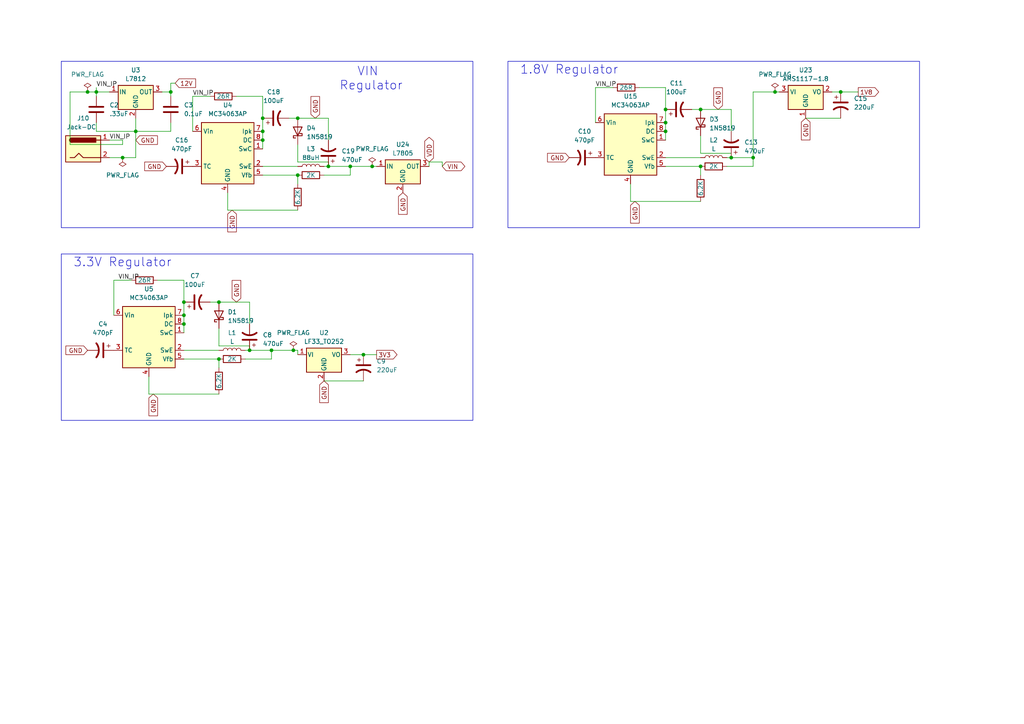
<source format=kicad_sch>
(kicad_sch (version 20231120) (generator "eeschema") (generator_version "8.0")
  (paper "A4")
  (lib_symbols
    (symbol "Connector:Jack-DC" (pin_names (offset 1.016))
      (property "Reference" "J" (at 0 5.334 0))
      (property "Value" "Jack-DC" (at 0 -5.08 0))
      (symbol "Jack-DC_0_1"
        (rectangle (start -5.08 3.81) (end 5.08 -3.81) (stroke (width 0.254)) (fill (type background)))
        (arc (start -3.302 3.175) (mid -3.9343 2.54) (end -3.302 1.905) (stroke (width 0.254)))
        (arc (start -3.302 3.175) (mid -3.9343 2.54) (end -3.302 1.905) (stroke (width 0.254)) (fill (type outline)))
        (polyline (pts (xy 5.08 2.54) (xy 3.81 2.54)) (stroke (width 0.254)))
        (polyline (pts (xy -3.81 -2.54) (xy -2.54 -2.54) (xy -1.27 -1.27) (xy 0 -2.54) (xy 2.54 -2.54) (xy 5.08 -2.54)) (stroke (width 0.254)))
        (rectangle (start 3.683 3.175) (end -3.302 1.905) (stroke (width 0.254)) (fill (type outline)))
      )
      (symbol "Jack-DC_1_1"
        (pin passive line (at 7.62 2.54 180) (length 2.54) (name "~") (number "1"))
        (pin passive line (at 7.62 -2.54 180) (length 2.54) (name "~") (number "2"))
      )
    )
    (symbol "Device:C" (pin_numbers hide) (pin_names (offset 0.254))
      (property "Reference" "C" (at 0.635 2.54 0))
      (property "Value" "C" (at 0.635 -2.54 0))
      (symbol "C_0_1"
        (polyline (pts (xy -2.032 -0.762) (xy 2.032 -0.762)) (stroke (width 0.508)))
        (polyline (pts (xy -2.032 0.762) (xy 2.032 0.762)) (stroke (width 0.508)))
      )
      (symbol "C_1_1"
        (pin passive line (at 0 3.81 270) (length 2.794) (name "~") (number "1"))
        (pin passive line (at 0 -3.81 90) (length 2.794) (name "~") (number "2"))
      )
    )
    (symbol "Device:C_Polarized_US" (pin_numbers hide) (pin_names (offset 0.254) hide)
      (property "Reference" "C" (at 0.635 2.54 0))
      (property "Value" "C_Polarized_US" (at 0.635 -2.54 0))
      (symbol "C_Polarized_US_0_1"
        (polyline (pts (xy -2.032 0.762) (xy 2.032 0.762)) (stroke (width 0.508)))
        (polyline (pts (xy -1.778 2.286) (xy -0.762 2.286)))
        (polyline (pts (xy -1.27 1.778) (xy -1.27 2.794)))
        (arc (start 2.032 -1.27) (mid 0 -0.5572) (end -2.032 -1.27) (stroke (width 0.508)))
      )
      (symbol "C_Polarized_US_1_1"
        (pin passive line (at 0 3.81 270) (length 2.794) (name "~") (number "1"))
        (pin passive line (at 0 -3.81 90) (length 3.302) (name "~") (number "2"))
      )
    )
    (symbol "Device:L" (pin_numbers hide) (pin_names (offset 1.016) hide)
      (property "Reference" "L" (at -1.27 0 90))
      (property "Value" "L" (at 1.905 0 90))
      (symbol "L_0_1"
        (arc (start 0 -2.54) (mid 0.6323 -1.905) (end 0 -1.27))
        (arc (start 0 -1.27) (mid 0.6323 -0.635) (end 0 0))
        (arc (start 0 0) (mid 0.6323 0.635) (end 0 1.27))
        (arc (start 0 1.27) (mid 0.6323 1.905) (end 0 2.54))
      )
      (symbol "L_1_1"
        (pin passive line (at 0 3.81 270) (length 1.27) (name "1") (number "1"))
        (pin passive line (at 0 -3.81 90) (length 1.27) (name "2") (number "2"))
      )
    )
    (symbol "Device:R" (pin_numbers hide) (pin_names (offset 0))
      (property "Reference" "R" (at 2.032 0 90))
      (property "Value" "R" (at 0 0 90))
      (symbol "R_0_1"
        (rectangle (start -1.016 -2.54) (end 1.016 2.54) (stroke (width 0.254)))
      )
      (symbol "R_1_1"
        (pin passive line (at 0 3.81 270) (length 1.27) (name "~") (number "1"))
        (pin passive line (at 0 -3.81 90) (length 1.27) (name "~") (number "2"))
      )
    )
    (symbol "Diode:1N5819" (pin_numbers hide) (pin_names (offset 1.016) hide)
      (property "Reference" "D" (at 0 2.54 0))
      (property "Value" "1N5819" (at 0 -2.54 0))
      (symbol "1N5819_0_1"
        (polyline (pts (xy 1.27 0) (xy -1.27 0)))
        (polyline (pts (xy 1.27 1.27) (xy 1.27 -1.27) (xy -1.27 0) (xy 1.27 1.27)) (stroke (width 0.254)))
        (polyline (pts (xy -1.905 0.635) (xy -1.905 1.27) (xy -1.27 1.27) (xy -1.27 -1.27) (xy -0.635 -1.27) (xy -0.635 -0.635)) (stroke (width 0.254)))
      )
      (symbol "1N5819_1_1"
        (pin passive line (at -3.81 0 0) (length 2.54) (name "K") (number "1"))
        (pin passive line (at 3.81 0 180) (length 2.54) (name "A") (number "2"))
      )
    )
    (symbol "Regulator_Linear:AMS1117-1.8"
      (property "Reference" "U" (at -3.81 3.175 0))
      (property "Value" "AMS1117-1.8" (at 0 3.175 0))
      (symbol "AMS1117-1.8_0_1"
        (rectangle (start -5.08 -5.08) (end 5.08 1.905) (stroke (width 0.254)) (fill (type background)))
      )
      (symbol "AMS1117-1.8_1_1"
        (pin power_in line (at 0 -7.62 90) (length 2.54) (name "GND") (number "1"))
        (pin power_out line (at 7.62 0 180) (length 2.54) (name "VO") (number "2"))
        (pin power_in line (at -7.62 0 0) (length 2.54) (name "VI") (number "3"))
      )
    )
    (symbol "Regulator_Linear:L7805" (pin_names (offset 0.254))
      (property "Reference" "U" (at -3.81 3.175 0))
      (property "Value" "L7805" (at 0 3.175 0))
      (symbol "L7805_0_1"
        (rectangle (start -5.08 1.905) (end 5.08 -5.08) (stroke (width 0.254)) (fill (type background)))
      )
      (symbol "L7805_1_1"
        (pin power_in line (at -7.62 0 0) (length 2.54) (name "IN") (number "1"))
        (pin power_in line (at 0 -7.62 90) (length 2.54) (name "GND") (number "2"))
        (pin power_out line (at 7.62 0 180) (length 2.54) (name "OUT") (number "3"))
      )
    )
    (symbol "Regulator_Linear:L7812" (pin_names (offset 0.254))
      (property "Reference" "U" (at -3.81 3.175 0))
      (property "Value" "L7812" (at 0 3.175 0))
      (symbol "L7812_0_1"
        (rectangle (start -5.08 1.905) (end 5.08 -5.08) (stroke (width 0.254)) (fill (type background)))
      )
      (symbol "L7812_1_1"
        (pin power_in line (at -7.62 0 0) (length 2.54) (name "IN") (number "1"))
        (pin power_in line (at 0 -7.62 90) (length 2.54) (name "GND") (number "2"))
        (pin power_out line (at 7.62 0 180) (length 2.54) (name "OUT") (number "3"))
      )
    )
    (symbol "Regulator_Linear:LF33_TO252" (pin_names (offset 0.254))
      (property "Reference" "U" (at -3.81 3.175 0))
      (property "Value" "LF33_TO252" (at 0 3.175 0))
      (symbol "LF33_TO252_0_1"
        (rectangle (start -5.08 1.905) (end 5.08 -5.08) (stroke (width 0.254)) (fill (type background)))
      )
      (symbol "LF33_TO252_1_1"
        (pin power_in line (at -7.62 0 0) (length 2.54) (name "VI") (number "1"))
        (pin power_in line (at 0 -7.62 90) (length 2.54) (name "GND") (number "2"))
        (pin power_out line (at 7.62 0 180) (length 2.54) (name "VO") (number "3"))
      )
    )
    (symbol "Regulator_Switching:MC34063AP"
      (property "Reference" "U" (at -7.62 8.89 0))
      (property "Value" "MC34063AP" (at 0 8.89 0))
      (symbol "MC34063AP_0_1"
        (rectangle (start -7.62 7.62) (end 7.62 -10.16) (stroke (width 0.254)) (fill (type background)))
      )
      (symbol "MC34063AP_1_1"
        (pin open_collector line (at 10.16 0 180) (length 2.54) (name "SwC") (number "1"))
        (pin open_emitter line (at 10.16 -5.08 180) (length 2.54) (name "SwE") (number "2"))
        (pin passive line (at -10.16 -5.08 0) (length 2.54) (name "TC") (number "3"))
        (pin power_in line (at 0 -12.7 90) (length 2.54) (name "GND") (number "4"))
        (pin input line (at 10.16 -7.62 180) (length 2.54) (name "Vfb") (number "5"))
        (pin power_in line (at -10.16 5.08 0) (length 2.54) (name "Vin") (number "6"))
        (pin input line (at 10.16 5.08 180) (length 2.54) (name "Ipk") (number "7"))
        (pin open_collector line (at 10.16 2.54 180) (length 2.54) (name "DC") (number "8"))
      )
    )
    (symbol "power:PWR_FLAG" (power) (pin_numbers hide) (pin_names (offset 0) hide)
      (property "Value" "PWR_FLAG" (at 0 3.81 0))
      (symbol "PWR_FLAG_0_0"
        (pin power_out line (at 0 0 90) (length 0) (name "~") (number "1"))
      )
      (symbol "PWR_FLAG_0_1"
        (polyline (pts (xy 0 0) (xy 0 1.27) (xy -1.016 1.905) (xy 0 2.54) (xy 1.016 1.905) (xy 0 1.27)))
      )
    )
  )
  (junction (at 53.34 93.98))
  (junction (at 78.74 101.6))
  (junction (at 63.5 104.14))
  (junction (at 27.94 26.67))
  (junction (at 101.6 48.26))
  (junction (at 95.25 48.26))
  (junction (at 72.39 101.6))
  (junction (at 193.04 35.56))
  (junction (at 76.2 34.29))
  (junction (at 39.37 38.1))
  (junction (at 193.04 31.75))
  (junction (at 49.53 26.67))
  (junction (at 243.84 26.67))
  (junction (at 35.56 45.72))
  (junction (at 86.36 34.29))
  (junction (at 86.36 50.8))
  (junction (at 85.09 101.6))
  (junction (at 53.34 91.44))
  (junction (at 105.41 102.87))
  (junction (at 203.2 31.75))
  (junction (at 25.4 26.67))
  (junction (at 212.09 45.72))
  (junction (at 53.34 87.63))
  (junction (at 203.2 48.26))
  (junction (at 218.44 45.72))
  (junction (at 224.79 26.67))
  (junction (at 76.2 38.1))
  (junction (at 76.2 40.64))
  (junction (at 107.95 48.26))
  (junction (at 63.5 87.63))
  (junction (at 193.04 38.1))
  (wire (pts (xy 49.53 35.56) (xy 49.53 38.1)))
  (wire (pts (xy 76.2 27.94) (xy 76.2 34.29)))
  (wire (pts (xy 49.53 24.13) (xy 49.53 26.67)))
  (wire (pts (xy 76.2 48.26) (xy 86.36 48.26)))
  (wire (pts (xy 218.44 48.26) (xy 218.44 45.72)))
  (wire (pts (xy 76.2 38.1) (xy 76.2 40.64)))
  (wire (pts (xy 233.68 34.29) (xy 243.84 34.29)))
  (wire (pts (xy 203.2 48.26) (xy 203.2 50.8)))
  (wire (pts (xy 25.4 26.67) (xy 27.94 26.67)))
  (wire (pts (xy 39.37 34.29) (xy 39.37 38.1)))
  (wire (pts (xy 63.5 100.33) (xy 72.39 100.33)))
  (wire (pts (xy 193.04 48.26) (xy 203.2 48.26)))
  (wire (pts (xy 78.74 101.6) (xy 85.09 101.6)))
  (wire (pts (xy 76.2 50.8) (xy 86.36 50.8)))
  (wire (pts (xy 212.09 45.72) (xy 210.82 45.72)))
  (wire (pts (xy 218.44 26.67) (xy 224.79 26.67)))
  (wire (pts (xy 53.34 87.63) (xy 53.34 91.44)))
  (wire (pts (xy 193.04 31.75) (xy 193.04 35.56)))
  (wire (pts (xy 27.94 26.67) (xy 27.94 27.94)))
  (wire (pts (xy 172.72 35.56) (xy 172.72 25.4)))
  (wire (pts (xy 27.94 25.4) (xy 27.94 26.67)))
  (wire (pts (xy 107.95 48.26) (xy 109.22 48.26)))
  (wire (pts (xy 172.72 25.4) (xy 177.8 25.4)))
  (wire (pts (xy 193.04 25.4) (xy 193.04 31.75)))
  (wire (pts (xy 72.39 87.63) (xy 63.5 87.63)))
  (wire (pts (xy 20.32 26.67) (xy 25.4 26.67)))
  (wire (pts (xy 93.98 110.49) (xy 105.41 110.49)))
  (wire (pts (xy 39.37 38.1) (xy 39.37 45.72)))
  (wire (pts (xy 101.6 48.26) (xy 95.25 48.26)))
  (wire (pts (xy 35.56 41.91) (xy 20.32 41.91)))
  (wire (pts (xy 53.34 104.14) (xy 63.5 104.14)))
  (wire (pts (xy 66.04 55.88) (xy 66.04 60.96)))
  (wire (pts (xy 20.32 41.91) (xy 20.32 26.67)))
  (wire (pts (xy 248.92 26.67) (xy 243.84 26.67)))
  (wire (pts (xy 53.34 81.28) (xy 53.34 87.63)))
  (wire (pts (xy 35.56 40.64) (xy 35.56 41.91)))
  (wire (pts (xy 212.09 31.75) (xy 203.2 31.75)))
  (wire (pts (xy 35.56 45.72) (xy 39.37 45.72)))
  (wire (pts (xy 193.04 38.1) (xy 193.04 40.64)))
  (wire (pts (xy 55.88 27.94) (xy 60.96 27.94)))
  (wire (pts (xy 93.98 50.8) (xy 101.6 50.8)))
  (wire (pts (xy 193.04 45.72) (xy 203.2 45.72)))
  (wire (pts (xy 109.22 102.87) (xy 105.41 102.87)))
  (wire (pts (xy 33.02 81.28) (xy 33.02 91.44)))
  (wire (pts (xy 53.34 101.6) (xy 63.5 101.6)))
  (wire (pts (xy 53.34 91.44) (xy 53.34 93.98)))
  (wire (pts (xy 210.82 48.26) (xy 218.44 48.26)))
  (wire (pts (xy 78.74 101.6) (xy 72.39 101.6)))
  (wire (pts (xy 86.36 41.91) (xy 86.36 46.99)))
  (wire (pts (xy 31.75 40.64) (xy 35.56 40.64)))
  (wire (pts (xy 66.04 60.96) (xy 86.36 60.96)))
  (wire (pts (xy 128.27 46.99) (xy 124.46 46.99)))
  (wire (pts (xy 50.8 24.13) (xy 49.53 24.13)))
  (wire (pts (xy 27.94 38.1) (xy 39.37 38.1)))
  (wire (pts (xy 45.72 81.28) (xy 53.34 81.28)))
  (wire (pts (xy 76.2 40.64) (xy 76.2 43.18)))
  (wire (pts (xy 224.79 26.67) (xy 226.06 26.67)))
  (wire (pts (xy 27.94 35.56) (xy 27.94 38.1)))
  (wire (pts (xy 78.74 104.14) (xy 78.74 101.6)))
  (wire (pts (xy 85.09 101.6) (xy 86.36 101.6)))
  (wire (pts (xy 33.02 81.28) (xy 38.1 81.28)))
  (wire (pts (xy 212.09 44.45) (xy 212.09 45.72)))
  (wire (pts (xy 212.09 38.1) (xy 212.09 31.75)))
  (wire (pts (xy 63.5 104.14) (xy 63.5 106.68)))
  (wire (pts (xy 71.12 104.14) (xy 78.74 104.14)))
  (wire (pts (xy 49.53 38.1) (xy 39.37 38.1)))
  (wire (pts (xy 43.18 114.3) (xy 63.5 114.3)))
  (wire (pts (xy 203.2 39.37) (xy 203.2 44.45)))
  (wire (pts (xy 243.84 26.67) (xy 241.3 26.67)))
  (wire (pts (xy 95.25 46.99) (xy 95.25 48.26)))
  (wire (pts (xy 105.41 102.87) (xy 101.6 102.87)))
  (wire (pts (xy 86.36 50.8) (xy 86.36 53.34)))
  (wire (pts (xy 76.2 34.29) (xy 76.2 38.1)))
  (wire (pts (xy 218.44 45.72) (xy 212.09 45.72)))
  (wire (pts (xy 95.25 48.26) (xy 93.98 48.26)))
  (wire (pts (xy 63.5 87.63) (xy 60.96 87.63)))
  (wire (pts (xy 101.6 48.26) (xy 107.95 48.26)))
  (wire (pts (xy 86.36 34.29) (xy 83.82 34.29)))
  (wire (pts (xy 86.36 102.87) (xy 86.36 101.6)))
  (wire (pts (xy 72.39 93.98) (xy 72.39 87.63)))
  (wire (pts (xy 31.75 45.72) (xy 35.56 45.72)))
  (wire (pts (xy 193.04 35.56) (xy 193.04 38.1)))
  (wire (pts (xy 49.53 26.67) (xy 46.99 26.67)))
  (wire (pts (xy 203.2 31.75) (xy 200.66 31.75)))
  (wire (pts (xy 68.58 27.94) (xy 76.2 27.94)))
  (wire (pts (xy 49.53 26.67) (xy 49.53 27.94)))
  (wire (pts (xy 95.25 34.29) (xy 86.36 34.29)))
  (wire (pts (xy 182.88 53.34) (xy 182.88 58.42)))
  (wire (pts (xy 63.5 95.25) (xy 63.5 100.33)))
  (wire (pts (xy 72.39 101.6) (xy 71.12 101.6)))
  (wire (pts (xy 185.42 25.4) (xy 193.04 25.4)))
  (wire (pts (xy 86.36 46.99) (xy 95.25 46.99)))
  (wire (pts (xy 128.27 46.99) (xy 128.27 48.26)))
  (wire (pts (xy 182.88 58.42) (xy 203.2 58.42)))
  (wire (pts (xy 95.25 40.64) (xy 95.25 34.29)))
  (wire (pts (xy 124.46 46.99) (xy 124.46 48.26)))
  (wire (pts (xy 218.44 26.67) (xy 218.44 45.72)))
  (wire (pts (xy 72.39 100.33) (xy 72.39 101.6)))
  (wire (pts (xy 53.34 93.98) (xy 53.34 96.52)))
  (wire (pts (xy 31.75 26.67) (xy 27.94 26.67)))
  (wire (pts (xy 203.2 44.45) (xy 212.09 44.45)))
  (wire (pts (xy 43.18 109.22) (xy 43.18 114.3)))
  (wire (pts (xy 101.6 50.8) (xy 101.6 48.26)))
  (wire (pts (xy 55.88 38.1) (xy 55.88 27.94)))
  (rectangle (start 17.78 17.78) (end 137.16 66.04))
  (rectangle (start 147.32 17.78) (end 266.7 66.04))
  (rectangle (start 17.78 73.66) (end 137.16 121.92))
  (text "1.8V Regulator" (at 165.1 20.32 0) (effects (font (size 2.54 2.54))))
  (text "VIN\n Regulator" (at 106.68 22.86 0) (effects (font (size 2.54 2.54))))
  (text "3.3V Regulator" (at 35.56 76.2 0) (effects (font (size 2.54 2.54))))
  (label "VIN_IP" (at 31.75 40.64 0))
  (label "VIN_IP" (at 172.72 25.4 0))
  (label "VIN_IP" (at 55.88 27.94 0))
  (label "VIN_IP" (at 34.29 81.28 0))
  (label "VIN_IP" (at 27.94 25.4 0))
  (global_label "GND" (shape input) (at 67.31 60.96 270) (property "Intersheetrefs" "${INTERSHEET_REFS}" (effects (hide yes))))
  (global_label "12V" (shape input) (at 50.8 24.13 0) (property "Intersheetrefs" "${INTERSHEET_REFS}" (effects (hide yes))))
  (global_label "GND" (shape input) (at 184.15 58.42 270) (property "Intersheetrefs" "${INTERSHEET_REFS}" (effects (hide yes))))
  (global_label "GND" (shape input) (at 39.37 40.64 0) (property "Intersheetrefs" "${INTERSHEET_REFS}" (effects (hide yes))))
  (global_label "GND" (shape input) (at 208.28 31.75 90) (property "Intersheetrefs" "${INTERSHEET_REFS}" (effects (hide yes))))
  (global_label "GND" (shape input) (at 68.58 87.63 90) (property "Intersheetrefs" "${INTERSHEET_REFS}" (effects (hide yes))))
  (global_label "GND" (shape input) (at 44.45 114.3 270) (property "Intersheetrefs" "${INTERSHEET_REFS}" (effects (hide yes))))
  (global_label "3V3" (shape output) (at 109.22 102.87 0) (property "Intersheetrefs" "${INTERSHEET_REFS}" (effects (hide yes))))
  (global_label "VDD" (shape bidirectional) (at 124.46 46.99 90) (property "Intersheetrefs" "${INTERSHEET_REFS}" (effects (hide yes))))
  (global_label "GND" (shape input) (at 233.68 34.29 270) (property "Intersheetrefs" "${INTERSHEET_REFS}" (effects (hide yes))))
  (global_label "GND" (shape input) (at 165.1 45.72 180) (property "Intersheetrefs" "${INTERSHEET_REFS}" (effects (hide yes))))
  (global_label "GND" (shape input) (at 25.4 101.6 180) (property "Intersheetrefs" "${INTERSHEET_REFS}" (effects (hide yes))))
  (global_label "1V8" (shape output) (at 248.92 26.67 0) (property "Intersheetrefs" "${INTERSHEET_REFS}" (effects (hide yes))))
  (global_label "GND" (shape input) (at 91.44 34.29 90) (property "Intersheetrefs" "${INTERSHEET_REFS}" (effects (hide yes))))
  (global_label "GND" (shape input) (at 93.98 110.49 270) (property "Intersheetrefs" "${INTERSHEET_REFS}" (effects (hide yes))))
  (global_label "VIN" (shape bidirectional) (at 128.27 48.26 0) (property "Intersheetrefs" "${INTERSHEET_REFS}" (effects (hide yes))))
  (global_label "GND" (shape input) (at 48.26 48.26 180) (property "Intersheetrefs" "${INTERSHEET_REFS}" (effects (hide yes))))
  (global_label "GND" (shape input) (at 116.84 55.88 270) (property "Intersheetrefs" "${INTERSHEET_REFS}" (effects (hide yes))))
  (symbol (lib_id "Regulator_Switching:MC34063AP") (at 66.04 43.18 0) (unit 1)
    (property "Reference" "U4" (at 66.04 30.48 0))
    (property "Value" "MC34063AP" (at 66.04 33.02 0))
    (property "Footprint" "Package_DIP:DIP-8_W8.89mm_SMDSocket_LongPads" (effects (hide yes)))
    (property "Datasheet" "http://www.onsemi.com/pub_link/Collateral/MC34063A-D.PDF" (effects (hide yes)))
    (property "Description" "1.5A, step-up/down/inverting switching regulator, 3-40V Vin, 100kHz, DIP-8" (effects (hide yes)))
  )
  (symbol (lib_id "Diode:1N5819") (at 203.2 35.56 90) (unit 1)
    (property "Reference" "D3" (at 205.74 34.6074 90) (effects (justify right)))
    (property "Value" "1N5819" (at 205.74 37.1474 90) (effects (justify right)))
    (property "Footprint" "Diode_SMD:D_2114_3652Metric" (effects (hide yes)))
    (property "Datasheet" "http://www.vishay.com/docs/88525/1n5817.pdf" (effects (hide yes)))
    (property "Description" "40V 1A Schottky Barrier Rectifier Diode, DO-41" (effects (hide yes)))
  )
  (symbol (lib_id "Device:R") (at 207.01 48.26 270) (unit 1)
    (property "Reference" "R8" (effects (hide yes)))
    (property "Value" "2K" (at 207.01 48.26 90))
    (property "Footprint" "Resistor_SMD:R_0603_1608Metric" (effects (hide yes)))
    (property "Description" "Resistor" (effects (hide yes)))
  )
  (symbol (lib_id "Diode:1N5819") (at 63.5 91.44 90) (unit 1)
    (property "Reference" "D1" (at 66.04 90.4874 90) (effects (justify right)))
    (property "Value" "1N5819" (at 66.04 93.0274 90) (effects (justify right)))
    (property "Footprint" "Diode_SMD:D_2114_3652Metric" (effects (hide yes)))
    (property "Datasheet" "http://www.vishay.com/docs/88525/1n5817.pdf" (effects (hide yes)))
    (property "Description" "40V 1A Schottky Barrier Rectifier Diode, DO-41" (effects (hide yes)))
  )
  (symbol (lib_id "Device:R") (at 67.31 104.14 270) (unit 1)
    (property "Reference" "R5" (effects (hide yes)))
    (property "Value" "2K" (at 67.31 104.14 90))
    (property "Footprint" "Resistor_SMD:R_0603_1608Metric" (effects (hide yes)))
    (property "Description" "Resistor" (effects (hide yes)))
  )
  (symbol (lib_id "Device:C_Polarized_US") (at 196.85 31.75 90) (unit 1)
    (property "Reference" "C11" (at 196.215 24.13 90))
    (property "Value" "100uF" (at 196.215 26.67 90))
    (property "Footprint" "Capacitor_SMD:CP_Elec_6.3x7.7" (effects (hide yes)))
    (property "Description" "Polarized capacitor, US symbol" (effects (hide yes)))
  )
  (symbol (lib_id "Device:C_Polarized_US") (at 105.41 106.68 0) (unit 1)
    (property "Reference" "C9" (at 109.22 104.7749 0) (effects (justify left)))
    (property "Value" "220uF" (at 109.22 107.3149 0) (effects (justify left)))
    (property "Footprint" "Capacitor_SMD:CP_Elec_6.3x7.7" (effects (hide yes)))
    (property "Description" "Polarized capacitor, US symbol" (effects (hide yes)))
  )
  (symbol (lib_id "power:PWR_FLAG") (at 35.56 45.72 180) (unit 1)
    (property "Reference" "#FLG02" (effects (hide yes)))
    (property "Value" "PWR_FLAG" (at 35.56 50.8 0))
    (property "Description" "Special symbol for telling ERC where power comes from" (effects (hide yes)))
  )
  (symbol (lib_id "Device:L") (at 207.01 45.72 90) (unit 1)
    (property "Reference" "L2" (at 207.01 40.64 90))
    (property "Value" "L" (at 207.01 43.18 90))
    (property "Footprint" "Inductor_SMD:L_10.4x10.4_H4.8" (effects (hide yes)))
    (property "Description" "Inductor" (effects (hide yes)))
  )
  (symbol (lib_id "Device:C") (at 27.94 31.75 0) (unit 1)
    (property "Reference" "C2" (at 31.75 30.4799 0) (effects (justify left)))
    (property "Value" ".33uF" (at 31.75 33.0199 0) (effects (justify left)))
    (property "Footprint" "Capacitor_SMD:C_0805_2012Metric" (effects (hide yes)))
    (property "Description" "Unpolarized capacitor" (effects (hide yes)))
  )
  (symbol (lib_id "Device:R") (at 86.36 57.15 180) (unit 1)
    (property "Reference" "R10" (effects (hide yes)))
    (property "Value" "6.2K" (at 86.36 57.15 90))
    (property "Footprint" "Resistor_SMD:R_0603_1608Metric" (effects (hide yes)))
    (property "Description" "Resistor" (effects (hide yes)))
  )
  (symbol (lib_id "Device:C_Polarized_US") (at 243.84 30.48 0) (unit 1)
    (property "Reference" "C15" (at 247.65 28.5749 0) (effects (justify left)))
    (property "Value" "220uF" (at 247.65 31.1149 0) (effects (justify left)))
    (property "Footprint" "Capacitor_SMD:CP_Elec_6.3x7.7" (effects (hide yes)))
    (property "Description" "Polarized capacitor, US symbol" (effects (hide yes)))
  )
  (symbol (lib_id "Device:R") (at 90.17 50.8 270) (unit 1)
    (property "Reference" "R11" (effects (hide yes)))
    (property "Value" "2K" (at 90.17 50.8 90))
    (property "Footprint" "Resistor_SMD:R_0603_1608Metric" (effects (hide yes)))
    (property "Description" "Resistor" (effects (hide yes)))
  )
  (symbol (lib_id "Device:C") (at 49.53 31.75 0) (unit 1)
    (property "Reference" "C3" (at 53.34 30.4799 0) (effects (justify left)))
    (property "Value" "0.1uF" (at 53.34 33.0199 0) (effects (justify left)))
    (property "Footprint" "Capacitor_SMD:C_0805_2012Metric" (effects (hide yes)))
    (property "Description" "Unpolarized capacitor" (effects (hide yes)))
  )
  (symbol (lib_id "Device:C_Polarized_US") (at 212.09 41.91 180) (unit 1)
    (property "Reference" "C13" (at 215.9 41.2749 0) (effects (justify right)))
    (property "Value" "470uF" (at 215.9 43.8149 0) (effects (justify right)))
    (property "Footprint" "Capacitor_SMD:CP_Elec_6.3x7.7" (effects (hide yes)))
    (property "Description" "Polarized capacitor, US symbol" (effects (hide yes)))
  )
  (symbol (lib_id "Device:R") (at 63.5 110.49 180) (unit 1)
    (property "Reference" "R4" (effects (hide yes)))
    (property "Value" "6.2K" (at 63.5 110.49 90))
    (property "Footprint" "Resistor_SMD:R_0603_1608Metric" (effects (hide yes)))
    (property "Description" "Resistor" (effects (hide yes)))
  )
  (symbol (lib_id "power:PWR_FLAG") (at 224.79 26.67 0) (unit 1)
    (property "Reference" "#FLG04" (effects (hide yes)))
    (property "Value" "PWR_FLAG" (at 224.79 21.59 0))
    (property "Description" "Special symbol for telling ERC where power comes from" (effects (hide yes)))
  )
  (symbol (lib_id "Device:R") (at 64.77 27.94 270) (unit 1)
    (property "Reference" "R9" (effects (hide yes)))
    (property "Value" "26R" (at 64.77 27.94 90))
    (property "Footprint" "Resistor_SMD:R_0603_1608Metric" (effects (hide yes)))
    (property "Description" "Resistor" (effects (hide yes)))
  )
  (symbol (lib_id "Regulator_Linear:AMS1117-1.8") (at 233.68 26.67 0) (unit 1)
    (property "Reference" "U23" (at 233.68 20.32 0))
    (property "Value" "AMS1117-1.8" (at 233.68 22.86 0))
    (property "Footprint" "Package_TO_SOT_SMD:SOT-223-3_TabPin2" (effects (hide yes)))
    (property "Datasheet" "http://www.advanced-monolithic.com/pdf/ds1117.pdf" (effects (hide yes)))
    (property "Description" "1A Low Dropout regulator, positive, 1.8V fixed output, SOT-223" (effects (hide yes)))
  )
  (symbol (lib_id "power:PWR_FLAG") (at 107.95 48.26 0) (unit 1)
    (property "Reference" "#FLG05" (effects (hide yes)))
    (property "Value" "PWR_FLAG" (at 107.95 43.18 0))
    (property "Description" "Special symbol for telling ERC where power comes from" (effects (hide yes)))
  )
  (symbol (lib_id "Regulator_Switching:MC34063AP") (at 182.88 40.64 0) (unit 1)
    (property "Reference" "U15" (at 182.88 27.94 0))
    (property "Value" "MC34063AP" (at 182.88 30.48 0))
    (property "Footprint" "Package_DIP:DIP-8_W8.89mm_SMDSocket_LongPads" (effects (hide yes)))
    (property "Datasheet" "http://www.onsemi.com/pub_link/Collateral/MC34063A-D.PDF" (effects (hide yes)))
    (property "Description" "1.5A, step-up/down/inverting switching regulator, 3-40V Vin, 100kHz, DIP-8" (effects (hide yes)))
  )
  (symbol (lib_id "power:PWR_FLAG") (at 25.4 26.67 0) (unit 1)
    (property "Reference" "#FLG01" (effects (hide yes)))
    (property "Value" "PWR_FLAG" (at 25.4 21.59 0))
    (property "Description" "Special symbol for telling ERC where power comes from" (effects (hide yes)))
  )
  (symbol (lib_id "Device:C_Polarized_US") (at 168.91 45.72 270) (unit 1)
    (property "Reference" "C10" (at 169.545 38.1 90))
    (property "Value" "470pF" (at 169.545 40.64 90))
    (property "Footprint" "Capacitor_SMD:CP_Elec_3x5.3" (effects (hide yes)))
    (property "Description" "Polarized capacitor, US symbol" (effects (hide yes)))
  )
  (symbol (lib_id "Regulator_Switching:MC34063AP") (at 43.18 96.52 0) (unit 1)
    (property "Reference" "U5" (at 43.18 83.82 0))
    (property "Value" "MC34063AP" (at 43.18 86.36 0))
    (property "Footprint" "Package_DIP:DIP-8_W8.89mm_SMDSocket_LongPads" (effects (hide yes)))
    (property "Datasheet" "http://www.onsemi.com/pub_link/Collateral/MC34063A-D.PDF" (effects (hide yes)))
    (property "Description" "1.5A, step-up/down/inverting switching regulator, 3-40V Vin, 100kHz, DIP-8" (effects (hide yes)))
  )
  (symbol (lib_id "Regulator_Linear:LF33_TO252") (at 93.98 102.87 0) (unit 1)
    (property "Reference" "U2" (at 93.98 96.52 0))
    (property "Value" "LF33_TO252" (at 93.98 99.06 0))
    (property "Footprint" "Package_TO_SOT_SMD:TO-252-2" (effects (hide yes)))
    (property "Datasheet" "http://www.st.com/content/ccc/resource/technical/document/datasheet/c4/0e/7e/2a/be/bc/4c/bd/CD00000546.pdf/files/CD00000546.pdf/jcr:content/translations/en.CD00000546.pdf" (effects (hide yes)))
    (property "Description" "Low-drop Voltage Regulator, Io up to 500mA, Fixed Vo 3.3V, TO-252 (DPAK)" (effects (hide yes)))
  )
  (symbol (lib_id "Regulator_Linear:L7812") (at 39.37 26.67 0) (unit 1)
    (property "Reference" "U3" (at 39.37 20.32 0))
    (property "Value" "L7812" (at 39.37 22.86 0))
    (property "Footprint" "Package_TO_SOT_SMD:TO-252-2" (effects (hide yes)))
    (property "Datasheet" "http://www.st.com/content/ccc/resource/technical/document/datasheet/41/4f/b3/b0/12/d4/47/88/CD00000444.pdf/files/CD00000444.pdf/jcr:content/translations/en.CD00000444.pdf" (effects (hide yes)))
    (property "Description" "Positive 1.5A 35V Linear Regulator, Fixed Output 12V, TO-220/TO-263/TO-252" (effects (hide yes)))
  )
  (symbol (lib_id "Device:C_Polarized_US") (at 57.15 87.63 90) (unit 1)
    (property "Reference" "C7" (at 56.515 80.01 90))
    (property "Value" "100uF" (at 56.515 82.55 90))
    (property "Footprint" "Capacitor_SMD:CP_Elec_6.3x7.7" (effects (hide yes)))
    (property "Description" "Polarized capacitor, US symbol" (effects (hide yes)))
  )
  (symbol (lib_id "Device:C_Polarized_US") (at 72.39 97.79 180) (unit 1)
    (property "Reference" "C8" (at 76.2 97.1549 0) (effects (justify right)))
    (property "Value" "470uF" (at 76.2 99.6949 0) (effects (justify right)))
    (property "Footprint" "Capacitor_SMD:CP_Elec_6.3x7.7" (effects (hide yes)))
    (property "Description" "Polarized capacitor, US symbol" (effects (hide yes)))
  )
  (symbol (lib_id "Device:C_Polarized_US") (at 29.21 101.6 270) (unit 1)
    (property "Reference" "C4" (at 29.845 93.98 90))
    (property "Value" "470pF" (at 29.845 96.52 90))
    (property "Footprint" "Capacitor_SMD:CP_Elec_3x5.3" (effects (hide yes)))
    (property "Description" "Polarized capacitor, US symbol" (effects (hide yes)))
  )
  (symbol (lib_id "Device:R") (at 41.91 81.28 270) (unit 1)
    (property "Reference" "R2" (effects (hide yes)))
    (property "Value" "26R" (at 41.91 81.28 90))
    (property "Footprint" "Resistor_SMD:R_0603_1608Metric" (effects (hide yes)))
    (property "Description" "Resistor" (effects (hide yes)))
  )
  (symbol (lib_id "Device:R") (at 203.2 54.61 180) (unit 1)
    (property "Reference" "R7" (effects (hide yes)))
    (property "Value" "6.2K" (at 203.2 54.61 90))
    (property "Footprint" "Resistor_SMD:R_0603_1608Metric" (effects (hide yes)))
    (property "Description" "Resistor" (effects (hide yes)))
  )
  (symbol (lib_id "Device:C_Polarized_US") (at 95.25 44.45 180) (unit 1)
    (property "Reference" "C19" (at 99.06 43.8149 0) (effects (justify right)))
    (property "Value" "470uF" (at 99.06 46.3549 0) (effects (justify right)))
    (property "Footprint" "Capacitor_SMD:CP_Elec_6.3x7.7" (effects (hide yes)))
    (property "Description" "Polarized capacitor, US symbol" (effects (hide yes)))
  )
  (symbol (lib_id "power:PWR_FLAG") (at 85.09 101.6 0) (unit 1)
    (property "Reference" "#FLG03" (effects (hide yes)))
    (property "Value" "PWR_FLAG" (at 85.09 96.52 0))
    (property "Description" "Special symbol for telling ERC where power comes from" (effects (hide yes)))
  )
  (symbol (lib_id "Device:R") (at 181.61 25.4 270) (unit 1)
    (property "Reference" "R6" (effects (hide yes)))
    (property "Value" "26R" (at 181.61 25.4 90))
    (property "Footprint" "Resistor_SMD:R_0603_1608Metric" (effects (hide yes)))
    (property "Description" "Resistor" (effects (hide yes)))
  )
  (symbol (lib_id "Device:C_Polarized_US") (at 52.07 48.26 270) (unit 1)
    (property "Reference" "C16" (at 52.705 40.64 90))
    (property "Value" "470pF" (at 52.705 43.18 90))
    (property "Footprint" "Capacitor_SMD:CP_Elec_3x5.3" (effects (hide yes)))
    (property "Description" "Polarized capacitor, US symbol" (effects (hide yes)))
  )
  (symbol (lib_id "Regulator_Linear:L7805") (at 116.84 48.26 0) (unit 1)
    (property "Reference" "U24" (at 116.84 41.91 0))
    (property "Value" "L7805" (at 116.84 44.45 0))
    (property "Footprint" "Package_TO_SOT_SMD:TO-252-2" (effects (hide yes)))
    (property "Datasheet" "http://www.st.com/content/ccc/resource/technical/document/datasheet/41/4f/b3/b0/12/d4/47/88/CD00000444.pdf/files/CD00000444.pdf/jcr:content/translations/en.CD00000444.pdf" (effects (hide yes)))
    (property "Description" "Positive 1.5A 35V Linear Regulator, Fixed Output 5V, TO-220/TO-263/TO-252" (effects (hide yes)))
  )
  (symbol (lib_id "Device:L") (at 90.17 48.26 90) (unit 1)
    (property "Reference" "L3" (at 90.17 43.18 90))
    (property "Value" "88uH" (at 90.17 45.72 90))
    (property "Footprint" "Inductor_SMD:L_10.4x10.4_H4.8" (effects (hide yes)))
    (property "Description" "Inductor" (effects (hide yes)))
  )
  (symbol (lib_id "Device:C_Polarized_US") (at 80.01 34.29 90) (unit 1)
    (property "Reference" "C18" (at 79.375 26.67 90))
    (property "Value" "100uF" (at 79.375 29.21 90))
    (property "Footprint" "Capacitor_SMD:CP_Elec_6.3x7.7" (effects (hide yes)))
    (property "Description" "Polarized capacitor, US symbol" (effects (hide yes)))
  )
  (symbol (lib_id "Device:L") (at 67.31 101.6 90) (unit 1)
    (property "Reference" "L1" (at 67.31 96.52 90))
    (property "Value" "L" (at 67.31 99.06 90))
    (property "Footprint" "Inductor_SMD:L_10.4x10.4_H4.8" (effects (hide yes)))
    (property "Description" "Inductor" (effects (hide yes)))
  )
  (symbol (lib_id "Diode:1N5819") (at 86.36 38.1 90) (unit 1)
    (property "Reference" "D4" (at 88.9 37.1474 90) (effects (justify right)))
    (property "Value" "1N5819" (at 88.9 39.6874 90) (effects (justify right)))
    (property "Footprint" "Diode_SMD:D_2114_3652Metric" (effects (hide yes)))
    (property "Datasheet" "http://www.vishay.com/docs/88525/1n5817.pdf" (effects (hide yes)))
    (property "Description" "40V 1A Schottky Barrier Rectifier Diode, DO-41" (effects (hide yes)))
  )
  (symbol (lib_id "Connector:Jack-DC") (at 24.13 43.18 0) (unit 1)
    (property "Reference" "J10" (at 24.13 34.29 0))
    (property "Value" "Jack-DC" (at 23.622 36.83 0))
    (property "Footprint" "Connector_BarrelJack:BarrelJack_SwitchcraftConxall_RAPC10U_Horizontal" (effects (hide yes)))
    (property "Description" "DC Barrel Jack" (effects (hide yes)))
  )
)
</source>
